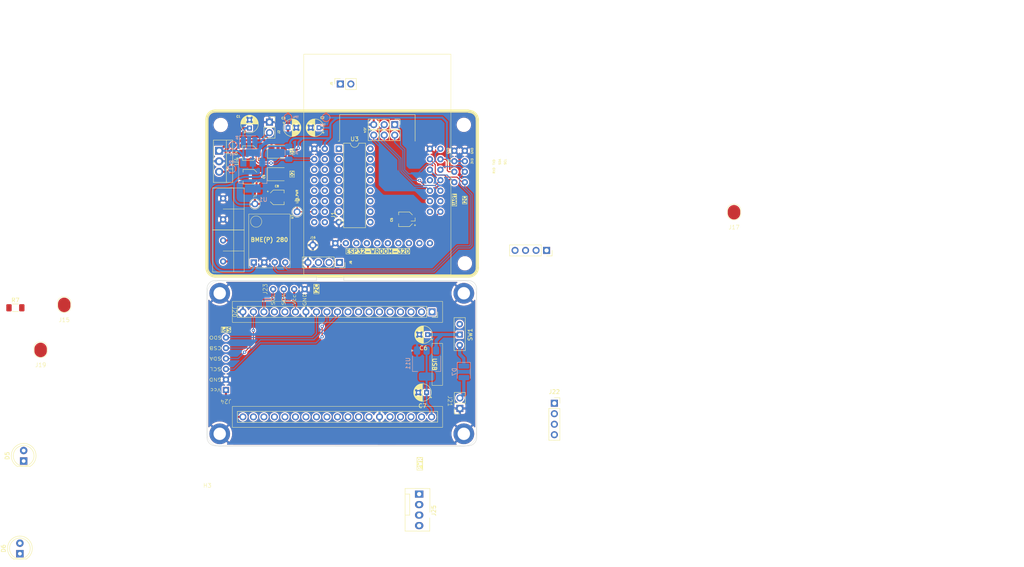
<source format=kicad_pcb>
(kicad_pcb (version 20240108) (generator "pcbnew") (generator_version "8.0")
  (layers (0 "F.Cu" signal) (31 "B.Cu" signal) (34 "B.Paste" user) (35 "F.Paste" user) (36 "B.SilkS" user "B.Silkscreen") (37 "F.SilkS" user "F.Silkscreen") (38 "B.Mask" user) (39 "F.Mask" user) (44 "Edge.Cuts" user))
  (net 0 "")
  (net 1 "GND")
  (net 2 "+3V3")
  (net 3 "+5V")
  (net 4 "/RXD")
  (net 5 "/TXD")
  (net 6 "/SDA")
  (net 7 "/GPIO_33")
  (net 8 "/SCL")
  (net 9 "/OUT3")
  (net 10 "/EN")
  (net 11 "/SOURCE2")
  (net 12 "/SOURCE1")
  (net 13 "/SOURCE3")
  (net 14 "/VDC")
  (net 15 "/DAC1")
  (net 16 "/DAC2")
  (net 17 "/GPIO39")
  (net 18 "/GPIO19")
  (net 19 "/GPIO17")
  (net 20 "/GPIO5")
  (net 21 "/GPIO18")
  (net 22 "/SD_DATA0")
  (net 23 "/ADC2_CH3")
  (net 24 "/SD_DATA3")
  (net 25 "/SD_CMD")
  (net 26 "/SD_CLK")
  (net 27 "/SD_DATA2")
  (net 28 "/SD_DATA1")
  (net 29 "/ADC2_CH0")
  (net 30 "/GPIO23")
  (net 31 "/GPIO36")
  (net 32 "/ADC2_CH2")
  (net 33 "/BOOT")
  (net 34 "/GPIO13")
  (net 35 "/SOURCE4")
  (net 36 "/SOURCE5")
  (net 37 "/SIPO_DATA")
  (net 38 "/SIPO_CLK")
  (net 39 "/SIPO_LATCH")
  (net 40 "/GPIO14")
  (net 41 "/OUT1")
  (net 42 "/VIN")
  (net 43 "Net-(D5-Pad1)")
  (net 44 "Net-(J15-Pin_1)")
  (net 45 "Net-(J19-Pin_1)")
  (net 46 "/OUT2")
  (net 58 "/ESP32-WROOM-32U Node/VIN")
  (net 63 "/ESP32-WROOM-32U Node/VDC")
  (net 74 "/ESP32-WROOM-32U Node/SPI-SDO")
  (net 75 "/ESP32-WROOM-32U Node/TX")
  (net 76 "Net-(D7-A)")
  (net 77 "/ESP32-WROOM-32U Node/SDA-2")
  (net 78 "/ESP32-WROOM-32U Node/SPI-CSB")
  (net 79 "/ESP32-WROOM-32U Node/SPI-SCL")
  (net 80 "/ESP32-WROOM-32U Node/SCL-2")
  (net 81 "/ESP32-WROOM-32U Node/RX")
  (net 82 "/I5")
  (net 83 "/ESP32-WROOM-32U Node/SPI-SDA")
  (net 85 "/ESP32-WROOM-32U Node/12V")
  (net 89 "/I3")
  (net 90 "/I6")
  (net 91 "/I7")
  (net 92 "/I1")
  (footprint "Capacitor_THT:CP_Radial_D4.0mm_P2.00mm" (layer "F.Cu") (at 107 44.2 180)
    (property "Reference" "C2")
    (property "Value" "1uF")
  )
  (footprint "LED_SMD:LED_1210_3225Metric_Pad1.42x2.65mm_HandSolder" (layer "F.Cu") (at 97 55.45)
    (property "Reference" "D2")
    (property "Value" "STATUS")
  )
  (footprint "Alexander Footprint Library:Board_65-40" (layer "F.Cu") (at 80 131.25)
    (property "Reference" "H3")
    (property "Value" "Project_Box_Board_65x40")
    (fp_line (start 0 -13) (end 0 -47) (stroke (width 0.05)) (layer "Edge.Cuts"))
    (fp_line (start 3 -50) (end 62 -50) (stroke (width 0.05)) (layer "Edge.Cuts"))
    (fp_line (start 62 -10) (end 3 -10) (stroke (width 0.05)) (layer "Edge.Cuts"))
    (fp_line (start 65 -47) (end 65 -13) (stroke (width 0.05)) (layer "Edge.Cuts"))
    (fp_arc (start 0 -47) (mid 0.87868 -49.12132) (end 3 -50) (stroke (width 0.05)) (layer "Edge.Cuts"))
    (fp_arc (start 3 -10) (mid 0.87868 -10.87868) (end 0 -13) (stroke (width 0.05)) (layer "Edge.Cuts"))
    (fp_arc (start 62 -50) (mid 64.12132 -49.12132) (end 65 -47) (stroke (width 0.05)) (layer "Edge.Cuts"))
    (fp_arc (start 65 -13) (mid 64.12132 -10.87868) (end 62 -10) (stroke (width 0.05)) (layer "Edge.Cuts"))
  )
  (footprint "Capacitor_SMD:CP_Elec_3x5.3" (layer "F.Cu") (at 90.3 50.35 180)
    (property "Reference" "C4")
    (property "Value" "0.1uF")
  )
  (footprint "Resistor_SMD:R_1206_3216Metric_Pad1.30x1.75mm_HandSolder" (layer "F.Cu") (at 33.612 87.7585)
    (property "Reference" "R7")
    (property "Value" "4K7")
  )
  (footprint "LED_THT:LED_D5.0mm" (layer "F.Cu") (at 34.7 147.25 90)
    (property "Reference" "D6")
    (property "Value" "LED_STATUS")
  )
  (footprint "Connector_PinSocket_2.54mm:PinSocket_1x04_P2.54mm_Vertical" (layer "F.Cu") (at 163.88 110.85)
    (property "Reference" "J22")
    (property "Value" "PWR_SATA_Conn_01x04")
  )
  (footprint "Alexander Footprint Library:Pad_1x01_P2.54_SMD" (layer "F.Cu") (at 39.712 102.098)
    (property "Reference" "J19")
    (property "Value" "LED_PWR")
  )
  (footprint "Alexanddr Footprints Library:ESP32-WROOM-Adapter-Socket-2" (layer "F.Cu") (at 121.1 56.9025)
    (property "Reference" "J1")
    (property "Value" "~")
  )
  (footprint "Alexander Footprint Library:Pad_1x01_P2.54_SMD" (layer "F.Cu") (at 45.412 91.198)
    (property "Reference" "J15")
    (property "Value" "LED_PWR")
  )
  (footprint "MountingHole:MountingHole_3mm" (layer "F.Cu") (at 142 43.5)
    (property "Reference" "H1" (hide yes))
    (property "Value" "MountingHole_Pad")
  )
  (footprint "MountingHole:MountingHole_3mm" (layer "F.Cu") (at 83.25 43.53)
    (property "Reference" "H2" (hide yes))
    (property "Value" "MountingHole_Pad")
  )
  (footprint "Alexander Footprints Library:Conn_Terminal_5mm" (layer "F.Cu") (at 83.82 53.69)
    (property "Reference" "J9" (hide yes))
    (property "Value" "Conn_01x02_Socket")
  )
  (footprint "Alexander Footprint Library:Pad_1x01_P2.54_SMD" (layer "F.Cu") (at 207.3 68.7895)
    (property "Reference" "J17")
    (property "Value" "GND")
  )
  (footprint "Connector:FanPinHeader_1x04_P2.54mm_Vertical" (layer "F.Cu") (at 131.2 132.83 -90)
    (property "Reference" "J25")
    (property "Value" "Conn_01x04_Pin")
  )
  (footprint "Capacitor_SMD:CP_Elec_3x5.3" (layer "F.Cu") (at 90.4 56.05 180)
    (property "Reference" "C9")
    (property "Value" "0.1uF")
  )
  (footprint "Capacitor_THT:CP_Radial_D4.0mm_P2.00mm" (layer "F.Cu") (at 133.25 94.25 180)
    (property "Reference" "C6")
    (property "Value" "1uF")
  )
  (footprint "Alexander Footprint Library:PinSocket_1x01_P2.54" (layer "F.Cu") (at 91.5 65.19)
    (property "Reference" "J7")
    (property "Value" "LED_PWR")
  )
  (footprint "Alexander Footprint Library:Conn_SPI" (layer "F.Cu") (at 84.5 112.74 180)
    (property "Reference" "J24")
    (property "Value" "~")
  )
  (footprint "Connector_PinSocket_2.54mm:PinSocket_1x02_P2.54mm_Vertical" (layer "F.Cu") (at 95.025 42.85)
    (property "Reference" "J2")
    (property "Value" "PWR")
  )
  (footprint "Connector_PinSocket_2.54mm:PinSocket_1x04_P2.54mm_Vertical" (layer "F.Cu") (at 111.94 76.8 -90)
    (property "Reference" "J6")
    (property "Value" "SOURCE")
  )
  (footprint "Package_DIP:DIP-16_W7.62mm" (layer "F.Cu") (at 111.78 49.27)
    (property "Reference" "U3")
    (property "Value" "ULN2003")
  )
  (footprint "Connector_PinSocket_2.54mm:PinSocket_1x04_P2.54mm_Vertical" (layer "F.Cu") (at 162 73.875 -90)
    (property "Reference" "J10" (hide yes))
    (property "Value" "ADC")
  )
  (footprint "Capacitor_SMD:CP_Elec_3x5.3" (layer "F.Cu") (at 128 66.35 180)
    (property "Reference" "C5")
    (property "Value" "0.1uF")
  )
  (footprint "Alexander Footprint Library:PinSocket_1x02_P2.54" (layer "F.Cu") (at 142.25 107 180)
    (property "Reference" "J21")
    (property "Value" "PWR")
  )
  (footprint "Capacitor_THT:CP_Radial_D4.0mm_P2.00mm" (layer "F.Cu") (at 99.5 44.2)
    (property "Reference" "C3")
    (property "Value" "1uF")
  )
  (footprint "Alexander Footprint Library:Conn_ESP32_WROOM-DevKit-38pins" (layer "F.Cu") (at 86.06 88.75 -90)
    (property "Reference" "J20")
    (property "Value" "~")
  )
  (footprint "Capacitor_SMD:CP_Elec_3x5.3" (layer "F.Cu") (at 96.8 61.05)
    (property "Reference" "C8")
    (property "Value" "10uF")
  )
  (footprint "Alexander Footprint Library:PinSocket_1x01_P2.54" (layer "F.Cu") (at 101.7 67.12)
    (property "Reference" "J18")
    (property "Value" "LED_PWR")
  )
  (footprint "Alexander Footprint Library:Conn_I2C" (layer "F.Cu") (at 111.16 83.25 -90)
    (property "Reference" "J23")
    (property "Value" "I2C")
  )
  (footprint "Connector_PinSocket_2.54mm:PinSocket_1x02_P2.54mm_Vertical" (layer "F.Cu") (at 112.15 33.625 90)
    (property "Reference" "J5")
    (property "Value" "DAC")
  )
  (footprint "Alexander Footprint Library:CONN_2x3" (layer "F.Cu") (at 130.38 43.45 -90)
    (property "Reference" "J14")
    (property "Value" "GPIO")
  )
  (footprint "Alexander Footprints Library:Conn_UART" (layer "F.Cu") (at 139.7 42.15)
    (property "Reference" "J3" (hide yes))
    (property "Value" "UART")
  )
  (footprint "Alexander Footprint Library:SW_Slide-03_7.3x2.5x2.5_P2.54mm" (layer "F.Cu") (at 141 94.25 -90)
    (property "Reference" "SW1")
    (property "Value" "SW_SPDT")
  )
  (footprint "Alexander Footprint Library:PinSocket_1x01_P2.54" (layer "F.Cu") (at 105.5 75.19)
    (property "Reference" "J16")
    (property "Value" "GND")
  )
  (footprint "Capacitor_THT:CP_Radial_D4.0mm_P2.00mm" (layer "F.Cu") (at 90.2 44.3 90)
    (property "Reference" "C1")
    (property "Value" "1uF")
  )
  (footprint "Alexander Footprint Library:BME280_BMP280_I2C" (layer "F.Cu") (at 90 78.1 90)
    (property "Reference" "U7")
    (property "Value" "BME(P)280")
  )
  (footprint "Capacitor_THT:CP_Radial_D4.0mm_P2.00mm" (layer "F.Cu") (at 133 108.25 180)
    (property "Reference" "C7")
    (property "Value" "1uF")
  )
  (footprint "Alexander Footprint Library:LD1117" (layer "F.Cu") (at 82.855 49.77 -90)
    (property "Reference" "U4")
    (property "Value" "L7805")
  )
  (footprint "Alexander Footprints Library:Conn_I2C" (layer "F.Cu") (at 142.24 42.15)
    (property "Reference" "J4" (hide yes))
    (property "Value" "I2C")
  )
  (footprint "LED_THT:LED_D5.0mm" (layer "F.Cu") (at 35.612 124.8335 90)
    (property "Reference" "D5")
    (property "Value" "LED_PWR")
  )
  (footprint "LED_SMD:LED_1210_3225Metric_Pad1.42x2.65mm_HandSolder" (layer "F.Cu") (at 97 50)
    (property "Reference" "D1")
    (property "Value" "PWR")
  )
  (footprint "MountingHole:MountingHole_3mm" (layer "F.Cu") (at 142.25 77)
    (property "Reference" "H4" (hide yes))
    (property "Value" "MountingHole_Pad")
  )
  (footprint "Alexander Footprints Library:Conn_Terminal_5mm" (layer "F.Cu") (at 83.82 63.85)
    (property "Reference" "J8" (hide yes))
    (property "Value" "Conn_01x02_Socket")
  )
  (footprint "TestPoint:TestPoint_Pad_D1.5mm" (layer "B.Cu") (at 99.5 41.75 180)
    (property "Reference" "TP4")
    (property "Value" "5V")
  )
  (footprint "TestPoint:TestPoint_Pad_D1.5mm" (layer "B.Cu") (at 108.7 41.75 180)
    (property "Reference" "TP3")
    (property "Value" "3V3")
  )
  (footprint "Diode_SMD:D_1210_3225Metric" (layer "B.Cu") (at 142 103.25 -90)
    (property "Reference" "D7")
    (property "Value" "D")
  )
  (footprint "Resistor_SMD:R_1206_3216Metric_Pad1.30x1.75mm_HandSolder" (layer "B.Cu") (at 99.7 50.25 -90)
    (property "Reference" "R1")
    (property "Value" "10K")
  )
  (footprint "Diode_SMD:D_1210_3225Metric" (layer "B.Cu") (at 90.1 47.75)
    (property "Reference" "D4")
    (property "Value" "D")
  )
  (footprint "TestPoint:TestPoint_Pad_D1.5mm" (layer "B.Cu") (at 86.2 48.45 180)
    (property "Reference" "TP1")
    (property "Value" "VIN")
  )
  (footprint "TestPoint:TestPoint_Pad_D1.5mm" (layer "B.Cu") (at 85.9 54.15 180)
    (property "Reference" "TP2")
    (property "Value" "GND")
  )
  (footprint "Package_TO_SOT_SMD:SOT-223-3_TabPin2" (layer "B.Cu") (at 91 55.75 -90)
    (property "Reference" "U1")
    (property "Value" "AMS1117-3V3")
  )
  (footprint "Package_TO_SOT_SMD:SOT-223-3_TabPin2" (layer "B.Cu") (at 133 101.25 -90)
    (property "Reference" "U11")
    (property "Value" "AMS1117-5.0")
  )
  (gr_line (start 145.25 42.11421) (end 145.25 78.085782) (stroke (width 0.75)) (layer "F.SilkS"))
  (gr_line (start 81.914218 40.164218) (end 143.08579 40.164218) (stroke (width 0.75)) (layer "F.SilkS"))
  (gr_arc (start 145.25 78.085782) (mid 144.66422 79.500007) (end 143.25 80.085782) (stroke (width 0.75)) (layer "F.SilkS"))
  (gr_line (start 79.914218 42.11421) (end 79.914218 78.085782) (stroke (width 0.75)) (layer "F.SilkS"))
  (gr_arc (start 81.914218 80.085782) (mid 80.499999 79.500001) (end 79.914218 78.085782) (stroke (width 0.75)) (layer "F.SilkS"))
  (gr_arc (start 143.25 40.25) (mid 144.664214 40.835786) (end 145.25 42.25) (stroke (width 0.75)) (layer "F.SilkS"))
  (gr_arc (start 79.914218 42.164218) (mid 80.499999 40.749999) (end 81.914218 40.164218) (stroke (width 0.75)) (layer "F.SilkS"))
  (gr_line (start 81.914214 80.085782) (end 143.085786 80.085782) (stroke (width 0.75)) (layer "F.SilkS"))
  (gr_line (start 82.014214 80.235786) (end 106.4 80.25) (stroke (width 0.1)) (layer "Edge.Cuts"))
  (gr_line (start 80 42.25) (end 80.014214 78.235786) (stroke (width 0.1)) (layer "Edge.Cuts"))
  (gr_arc (start 79.921321 83.157107) (mid 80.507106 81.742896) (end 81.921321 81.157107) (stroke (width 0.1)) (layer "Edge.Cuts"))
  (gr_line (start 81.921321 121.128679) (end 143.107107 121.142893) (stroke (width 0.1)) (layer "Edge.Cuts"))
  (gr_arc (start 81.921321 121.128679) (mid 80.507101 120.542899) (end 79.921321 119.128679) (stroke (width 0.1)) (layer "Edge.Cuts"))
  (gr_line (start 143.092893 81.157107) (end 113 81.15) (stroke (width 0.1)) (layer "Edge.Cuts"))
  (gr_arc (start 145.107107 119.142893) (mid 144.521321 120.557107) (end 143.107107 121.142893) (stroke (width 0.1)) (layer "Edge.Cuts"))
  (gr_line (start 106.4 81.15) (end 81.921321 81.157107) (stroke (width 0.1)) (layer "Edge.Cuts"))
  (gr_arc (start 143.185786 40.264214) (mid 144.600004 40.849996) (end 145.185786 42.264214) (stroke (width 0.1)) (layer "Edge.Cuts"))
  (gr_line (start 113 80.25) (end 143.185786 80.235786) (stroke (width 0.1)) (layer "Edge.Cuts"))
  (gr_arc (start 82.014214 80.235786) (mid 80.599996 79.650004) (end 80.014214 78.235786) (stroke (width 0.1)) (layer "Edge.Cuts"))
  (gr_line (start 145.185786 42.264214) (end 145.185786 78.235786) (stroke (width 0.1)) (layer "Edge.Cuts"))
  (gr_arc (start 80 42.25) (mid 80.585786 40.835786) (end 82 40.25) (stroke (width 0.1)) (layer "Edge.Cuts"))
  (gr_line (start 145.107107 119.142893) (end 145.092893 83.157107) (stroke (width 0.1)) (layer "Edge.Cuts"))
  (gr_line (start 79.921321 119.128679) (end 79.921321 83.157107) (stroke (width 0.1)) (layer "Edge.Cuts"))
  (gr_line (start 106.4 81.15) (end 106.4 80.25) (stroke (width 0.1)) (layer "Edge.Cuts"))
  (gr_arc (start 145.185786 78.235786) (mid 144.600004 79.650004) (end 143.185786 80.235786) (stroke (width 0.1)) (layer "Edge.Cuts"))
  (gr_arc (start 143.092893 81.157107) (mid 144.507112 81.742888) (end 145.092893 83.157107) (stroke (width 0.1)) (layer "Edge.Cuts"))
  (gr_line (start 113 81.15) (end 113 80.25) (stroke (width 0.1)) (layer "Edge.Cuts"))
  (gr_line (start 143.185786 40.264214) (end 82 40.25) (stroke (width 0.1)) (layer "Edge.Cuts"))
  (gr_text "PWR" (at 132 127.25 90) (layer "F.SilkS" knockout) (effects (font (size 1 1) (thickness 0.25) (bold yes)) (justify left bottom)))
  (segment (start 84.21 66) (end 83.82 66.39) (width 0.5) (layer "F.Cu") (net 1))
  (segment (start 95.5 54.8625) (end 95.5125 54.85) (width 0.25) (layer "F.Cu") (net 1))
  (segment (start 95.5 55.4625) (end 95.5125 55.45) (width 0.25) (layer "F.Cu") (net 1))
  (segment (start 91.5 59.65) (end 91.9 59.25) (width 0.5) (layer "F.Cu") (net 2))
  (segment (start 101.15 50) (end 102 49.15) (width 0.5) (layer "F.Cu") (net 2))
  (segment (start 84.5 107.66) (end 84.5 112.25) (width 0.5) (layer "F.Cu") (net 2))
  (segment (start 87.75 85.75) (end 100 85.75) (width 0.5) (layer "F.Cu") (net 2))
  (segment (start 94.63 62.62) (end 91.5 62.62) (width 0.5) (layer "F.Cu") (net 2))
  (segment (start 101 84.75) (end 101 83.25) (width 0.5) (layer "F.Cu") (net 2))
  (segment (start 88.6 114.15) (end 86.4 114.15) (width 0.5) (layer "F.Cu") (net 2))
  (segment (start 84.5 112.25) (end 85.25 113) (width 0.5) (layer "F.Cu") (net 2))
  (segment (start 91.9 59.25) (end 91.9 56.05) (width 0.5) (layer "F.Cu") (net 2))
  (segment (start 98.4875 50) (end 101.15 50) (width 0.5) (layer "F.Cu") (net 2))
  (segment (start 95.3 61.05) (end 95.3 61.95) (width 0.5) (layer "F.Cu") (net 2))
  (segment (start 95.3 61.95) (end 94.63 62.62) (width 0.5) (layer "F.Cu") (net 2))
  (segment (start 82.25 110) (end 82.25 91.25) (width 0.5) (layer "F.Cu") (net 2))
  (segment (start 91.5 62.62) (end 91.5 59.65) (width 0.5) (layer "F.Cu") (net 2))
  (segment (start 82.25 91.25) (end 87.75 85.75) (width 0.5) (layer "F.Cu") (net 2))
  (segment (start 86.4 114.15) (end 85.25 113) (width 0.5) (layer "F.Cu") (net 2))
  (segment (start 100 85.75) (end 101 84.75) (width 0.5) (layer "F.Cu") (net 2))
  (segment (start 85.25 113) (end 82.25 110) (width 0.5) (layer "F.Cu") (net 2))
  (via (at 102 49.15) (size 0.8) (drill 0.4) (layers "F.Cu" "B.Cu") (net 2))
  (segment (start 96.075 48.7) (end 97.525 48.7) (width 0.5) (layer "B.Cu") (net 2))
  (segment (start 108.4 49.2825) (end 108.4 47.85) (width 0.5) (layer "B.Cu") (net 2))
  (segment (start 109.408578 44.2) (end 107 44.2) (width 0.5) (layer "B.Cu") (net 2))
  (segment (start 109.5 46.75) (end 109.75 46.5) (width 0.5) (layer "B.Cu") (net 2))
  (segment (start 81.3 75.997918) (end 81.3 59.75104) (width 0.5) (layer "B.Cu") (net 2))
  (segment (start 93.3 54.905025) (end 93.3 52.6) (width 0.5) (layer "B.Cu") (net 2))
  (segment (start 100 48.7) (end 100 48.03033) (width 0.5) (layer "B.Cu") (net 2))
  (segment (start 137.9 51.55) (end 138.66 52.31) (width 0.5) (layer "B.Cu") (net 2))
  (segment (start 84.202081 78.9) (end 89.990883 78.9) (width 0.5) (layer "B.Cu") (net 2))
  (segment (start 109.75 45) (end 109.75 44.141421) (width 0.5) (layer "B.Cu") (net 2))
  (segment (start 103 46.75) (end 101.28033 46.75) (width 0.5) (layer "B.Cu") (net 2))
  (segment (start 109.75 43.858578) (end 109.75 44.141421) (width 0.5) (layer "B.Cu") (net 2))
  (segment (start 138.66 52.31) (end 139.7 52.31) (width 0.5) (layer "B.Cu") (net 2))
  (segment (start 139.7 52.31) (end 142.24 52.31) (width 0.5) (layer "B.Cu") (net 2))
  (segment (start 129.1 41.75) (end 136.8 41.75) (width 0.5) (layer "B.Cu") (net 2))
  (segment (start 112.31066 41.75) (end 129.1 41.75) (width 0.5) (layer "B.Cu") (net 2))
  (segment (start 88.207106 62.75) (end 91.5 62.75) (width 0.5) (layer "B.Cu") (net 2))
  (segment (start 86.5 61.042893) (end 86.5 57.5) (width 0.5) (layer "B.Cu") (net 2))
  (segment (start 103 46.75) (end 109.5 46.75) (width 0.5) (layer "B.Cu") (net 2))
  (segment (start 137.9 42.85) (end 137.9 51.55) (width 0.5) (layer "B.Cu") (net 2))
  (segment (start 91.22 77.670883) (end 91.22 76.8) (width 0.5) (layer "B.Cu") (net 2))
  (segment (start 89.455634 56.1) (end 92.105025 56.1) (width 0.5) (layer "B.Cu") (net 2))
  (segment (start 96.075 48.7) (end 95.177817 48.7) (width 0.5) (layer "B.Cu") (net 2))
  (segment (start 136.8 41.75) (end 137.9 42.85) (width 0.5) (layer "B.Cu") (net 2))
  (segment (start 108.4 47.85) (end 109.75 46.5) (width 0.5) (layer "B.Cu") (net 2))
  (segment (start 109.75 46.5) (end 109.75 45) (width 0.5) (layer "B.Cu") (net 2))
  (segment (start 110.015165 42.984834) (end 110.5 42.5) (width 0.5) (layer "B.Cu") (net 2))
  (segment (start 102 47.75) (end 103 46.75) (width 0.5) (layer "B.Cu") (net 2))
  (segment (start 109.75 43.858578) (end 109.75 43.625) (width 0.5) (layer "B.Cu") (net 2))
  (segment (start 93.3 52.6) (end 93.3 50.577817) (width 0.5) (layer "B.Cu") (net 2))
  (segment (start 82.75104 58.3) (end 84.144365 58.3) (width 0.5) (layer "B.Cu") (net 2))
  (segment (start 102 49.15) (end 102 47.75) (width 0.5) (layer "B.Cu") (net 2))
  (segment (start 129.3 41.75) (end 129.1 41.75) (width 0.5) (layer "B.Cu") (net 2))
  (segment (start 108.7 41.75) (end 112.31066 41.75) (width 0.5) (layer "B.Cu") (net 2))
  (segment (start 100 48.7) (end 97.525 48.7) (width 0.5) (layer "B.Cu") (net 2))
  (arc (start 93.3 54.905025) (mid 93.209037 55.362322) (end 92.95 55.75) (width 0.5) (layer "B.Cu") (net 2))
  (arc (start 86.8 57.2) (mid 85.581584 58.014119) (end 84.144365 58.3) (width 0.5) (layer "B.Cu") (net 2))
  (arc (start 89.455634 56.1) (mid 88.018415 56.38588) (end 86.8 57.2) (width 0.5) (layer "B.Cu") (net 2))
  (arc (start 86.5 61.042893) (mid 86.629945 61.696174) (end 87 62.25) (width 0.5) (layer "B.Cu") (net 2))
  (arc (start 82.75104 58.3) (mid 82.195751 58.410453) (end 81.725 58.725) (width 0.5) (layer "B.Cu") (net 2))
  (arc (start 92.95 55.75) (mid 92.562322 56.009037) (end 92.105025 56.1) (width 0.5) (layer "B.Cu") (net 2))
  (arc (start 109.75 43.625) (mid 109.818914 43.278544) (end 110.015165 42.984834) (width 0.5) (layer "B.Cu") (net 2))
  (arc (start 95.177817 48.7) (mid 94.459207 48.84294) (end 93.85 49.25) (width 0.5) (layer "B.Cu") (net 2))
  (arc (start 82.15 78.05) (mid 83.091502 78.679092) (end 84.202081 78.9) (width 0.5) (layer "B.Cu") (net 2))
  (arc (start 109.75 44.141421) (mid 109.713838 44.087301) (end 109.65 44.1) (width 0.5) (layer "B.Cu") (net 2))
  (arc (start 93.85 49.25) (mid 93.44294 49.859207) (end 93.3 50.577817) (width 0.5) (layer "B.Cu") (net 2))
  (arc (start 90.86 78.54) (mid 90.461245 78.806439) (end 89.990883 78.9) (width 0.5) (layer "B.Cu") (net 2))
  (arc (start 109.65 44.1) (mid 109.539234 44.17401) (end 109.408578 44.2) (width 0.5) (layer "B.Cu") (net 2))
  (arc (start 87 62.25) (mid 87.553825 62.620054) (end 88.207106 62.75) (width 0.5) (layer "B.Cu") (net 2))
  (arc (start 81.725 58.725) (mid 81.410453 59.195751) (end 81.3 59.75104) (width 0.5) (layer "B.Cu") (net 2))
  (arc (start 101.28033 46.75) (mid 100.790368 46.847459) (end 100.375 47.125) (width 0.5) (layer "B.Cu") (net 2))
  (arc (start 91.22 77.670883) (mid 91.126439 78.141245) (end 90.86 78.54) (width 0.5) (layer "B.Cu") (net 2))
  (arc (start 110.5 42.5) (mid 111.330737 41.944918) (end 112.31066 41.75) (width 0.5) (layer "B.Cu") (net 2))
  (arc (start 109.65 44.1) (mid 109.72401 43.989234) (end 109.75 43.858578) (width 0.5) (layer "B.Cu") (net 2))
  (arc (start 100.375 47.125) (mid 100.097459 47.540368) (end 100 48.03033) (width 0.5) (layer "B.Cu") (net 2))
  (arc (start 81.3 75.997918) (mid 81.520907 77.108496) (end 82.15 78.05) (width 0.5) (layer "B.Cu") (net 2))
  (segment (start 99.5 45.693413) (end 99.5 44.2) (width 0.5) (layer "F.Cu") (net 3))
  (segment (start 98.6375 46.9625) (end 99.2125 46.3875) (width 0.5) (layer "F.Cu") (net 3))
  (segment (start 88.1 47.25) (end 97.943413 47.25) (width 0.5) (layer "F.Cu") (net 3))
  (segment (start 84.9 54.85) (end 85.4 54.35) (width 0.5) (layer "F.Cu") (net 3))
  (segment (start 85.4 54.35) (end 85.4 49.95) (width 0.5) (layer "F.Cu") (net 3))
  (segment (start 82.855 54.85) (end 84.9 54.85) (width 0.5) (layer "F.Cu") (net 3))
  (segment (start 85.4 49.95) (end 88.1 47.25) (width 0.5) (layer "F.Cu") (net 3))
  (arc (start 97.943413 47.25) (mid 98.31905 47.175281) (end 98.6375 46.9625) (width 0.5) (layer "F.Cu") (net 3))
  (arc (start 99.5 45.693413) (mid 99.425281 46.06905) (end 99.2125 46.3875) (width 0.5) (layer "F.Cu") (net 3))
  (segment (start 133 98.1) (end 133 104.4) (width 0.5) (layer "B.Cu") (net 3))
  (segment (start 133 108.25) (end 133 104.4) (width 0.5) (layer "B.Cu") (net 3))
  (segment (start 133 111) (end 133 108.25) (width 0.5) (layer "B.Cu") (net 3))
  (segment (start 134.21 114.15) (end 134.21 112.21) (width 0.5) (layer "B.Cu") (net 3))
  (segment (start 134.21 112.21) (end 133 111) (width 0.5) (layer "B.Cu") (net 3))
  (segment (start 99.5 42.25) (end 99.5 44.2) (width 0.25) (layer "B.Cu") (net 3))
  (segment (start 139.7 57.35) (end 139.7 57.39) (width 0.25) (layer "F.Cu") (net 4))
  (segment (start 140.3 57.45) (end 139.3 57.45) (width 0.25) (layer "F.Cu") (net 4))
  (segment (start 139.04 57.39) (end 139.7 57.39) (width 0.25) (layer "F.Cu") (net 4))
  (segment (start 137.96 55.65) (end 139.7 57.39) (width 0.25) (layer "B.Cu") (net 4))
  (segment (start 133.8 54.3625) (end 135.0875 55.65) (width 0.25) (layer "B.Cu") (net 4))
  (segment (start 135.0875 55.65) (end 137.96 55.65) (width 0.25) (layer "B.Cu") (net 4))
  (segment (start 138 52.25) (end 137.5725 51.8225) (width 0.25) (layer "F.Cu") (net 5))
  (segment (start 139.7 54.85) (end 138.3 54.85) (width 0.25) (layer "F.Cu") (net 5))
  (segment (start 137.5725 51.8225) (end 136.34 51.8225) (width 0.25) (layer "F.Cu") (net 5))
  (segment (start 138 54.55) (end 138 52.25) (width 0.25) (layer "F.Cu") (net 5))
  (segment (start 138.3 54.85) (end 138 54.55) (width 0.25) (layer "F.Cu") (net 5))
  (segment (start 139.7 54.85) (end 139.5 54.85) (width 0.25) (layer "F.Cu") (net 5))
  (segment (start 142.24 54.85) (end 142.24 55.51) (width 0.25) (layer "F.Cu") (net 6))
  (segment (start 98.84 76.8) (end 98.84 78.09) (width 0.25) (layer "B.Cu") (net 6))
  (segment (start 141 57.95) (end 141 56.09) (width 0.25) (layer "B.Cu") (net 6))
  (segment (start 140.990501 53.600501) (end 142.24 54.85) (width 0.25) (layer "B.Cu") (net 6))
  (segment (start 136.34 54.3625) (end 137.101999 53.600501) (width 0.25) (layer "B.Cu") (net 6))
  (segment (start 143.281802 72.781802) (end 143.55 72.513604) (width 0.25) (layer "B.Cu") (net 6))
  (segment (start 99.4 78.65) (end 130.7 78.65) (width 0.25) (layer "B.Cu") (net 6))
  (segment (start 130.7 78.65) (end 134.55 78.65) (width 0.25) (layer "B.Cu") (net 6))
  (segment (start 143.55 72.513604) (end 143.55 60.5) (width 0.25) (layer "B.Cu") (net 6))
  (segment (start 143.55 60.5) (end 141 57.95) (width 0.25) (layer "B.Cu") (net 6))
  (segment (start 140.418198 72.781802) (end 143.281802 72.781802) (width 0.25) (layer "B.Cu") (net 6))
  (segment (start 98.84 78.09) (end 99.4 78.65) (width 0.25) (layer "B.Cu") (net 6))
  (segment (start 141 56.09) (end 142.24 54.85) (width 0.25) (layer "B.Cu") (net 6))
  (segment (start 137.101999 53.600501) (end 140.990501 53.600501) (width 0.25) (layer "B.Cu") (net 6))
  (segment (start 134.55 78.65) (end 140.418198 72.781802) (width 0.25) (layer "B.Cu") (net 6))
  (segment (start 135.1 55.15) (end 135.6 55.65) (width 0.25) (layer "F.Cu") (net 8))
  (segment (start 133.8 51.8225) (end 135.1 53.1225) (width 0.25) (layer "F.Cu") (net 8))
  (segment (start 141.603604 57.39) (end 142.24 57.39) (width 0.25) (layer "F.Cu") (net 8))
  (segment (start 137.3 55.65) (end 137.8 56.15) (width 0.25) (layer "F.Cu") (net 8))
  (segment (start 135.1 53.1225) (end 135.1 55.15) (width 0.25) (layer "F.Cu") (net 8))
  (segment (start 135.6 55.65) (end 137.3 55.65) (width 0.25) (layer "F.Cu") (net 8))
  (segment (start 140.363604 56.15) (end 141.603604 57.39) (width 0.25) (layer "F.Cu") (net 8))
  (segment (start 137.8 56.15) (end 140.363604 56.15) (width 0.25) (layer "F.Cu") (net 8))
  (segment (start 142.24 58.553604) (end 142.24 57.39) (width 0.25) (layer "B.Cu") (net 8))
  (segment (start 144 72.7) (end 144 60.313604) (width 0.25) (layer "B.Cu") (net 8))
  (segment (start 134.8 79.1) (end 140.6 73.3) (width 0.25) (layer "B.Cu") (net 8))
  (segment (start 140.6 73.3) (end 143.4 73.3) (width 0.25) (layer "B.Cu") (net 8))
  (segment (start 96.3 76.8) (end 96.3 78.45) (width 0.25) (layer "B.Cu") (net 8))
  (segment (start 143.4 73.3) (end 144 72.7) (width 0.25) (layer "B.Cu") (net 8))
  (segment (start 96.3 78.45) (end 96.95 79.1) (width 0.25) (layer "B.Cu") (net 8))
  (segment (start 144 60.313604) (end 142.24 58.553604) (width 0.25) (layer "B.Cu") (net 8))
  (segment (start 96.95 79.1) (end 134.8 79.1) (width 0.25) (layer "B.Cu") (net 8))
  (segment (start 92.3 52.75) (end 91.8 52.25) (width 0.25) (layer "F.Cu") (net 10))
  (segment (start 91.8 52.25) (end 91.8 50.35) (width 0.25) (layer "F.Cu") (net 10))
  (segment (start 95.4 52.75) (end 92.3 52.75) (width 0.25) (layer "F.Cu") (net 10))
  (via (at 95.4 52.75) (size 0.8) (drill 0.4) (layers "F.Cu" "B.Cu") (net 10))
  (segment (start 95.4 52.75) (end 96.7 52.75) (width 0.25) (layer "B.Cu") (net 10))
  (segment (start 101.4 51.8) (end 101.45 51.8) (width 0.25) (layer "B.Cu") (net 10))
  (segment (start 105.86 51.8225) (end 101.4225 51.8225) (width 0.25) (layer "B.Cu") (net 10))
  (segment (start 99.7 51.8) (end 101.4 51.8) (width 0.25) (layer "B.Cu") (net 10))
  (segment (start 97.65 51.8) (end 99.7 51.8) (width 0.25) (layer "B.Cu") (net 10))
  (segment (start 101.4225 51.8225) (end 101.4 51.8) (width 0.25) (layer "B.Cu") (net 10))
  (segment (start 96.7 52.75) (end 97.65 51.8) (width 0.25) (layer "B.Cu") (net 10))
  (segment (start 86.37 71.47) (end 88 73.1) (width 0.5) (layer "F.Cu") (net 11))
  (segment (start 88 73.1) (end 99 73.1) (width 0.5) (layer "F.Cu") (net 11))
  (segment (start 83.82 71.47) (end 86.37 71.47) (width 0.5) (layer "F.Cu") (net 11))
  (segment (start 86.275 76.55) (end 88.075 74.75) (width 0.5) (layer "F.Cu") (net 12))
  (segment (start 83.82 76.55) (end 86.275 76.55) (width 0.5) (layer "F.Cu") (net 12))
  (segment (start 88.075 74.75) (end 99.75 74.75) (width 0.5) (layer "F.Cu") (net 12))
  (segment (start 95.025 45.425) (end 92.7 47.75) (width 0.5) (layer "B.Cu") (net 14))
  (segment (start 92.7 47.75) (end 91.5 47.75) (width 0.5) (layer "B.Cu") (net 14))
  (segment (start 95.025 45.39) (end 95.025 45.425) (width 0.5) (layer "B.Cu") (net 14))
  (segment (start 132.5 58.15) (end 135.0925 58.15) (width 0.25) (layer "F.Cu") (net 18))
  (segment (start 131.3 56.95) (end 132.5 58.15) (width 0.25) (layer "F.Cu") (net 18))
  (segment (start 135.0925 58.15) (end 136.34 56.9025) (width 0.25) (layer "F.Cu") (net 18))
  (via (at 131.3 56.95) (size 0.8) (drill 0.4) (layers "F.Cu" "B.Cu") (net 18))
  (segment (start 129.636396 56.95) (end 127.25 54.563604) (width 0.25) (layer "B.Cu") (net 18))
  (segment (start 127.25 49.7) (end 125.3 47.75) (width 0.25) (layer "B.Cu") (net 18))
  (segment (start 125.3 47.75) (end 125.3 45.99) (width 0.25) (layer "B.Cu") (net 18))
  (segment (start 127.25 54.563604) (end 127.25 49.7) (width 0.25) (layer "B.Cu") (net 18))
  (segment (start 131.3 56.95) (end 129.636396 56.95) (width 0.25) (layer "B.Cu") (net 18))
  (segment (start 129.7 59.05) (end 125.7 55.05) (width 0.25) (layer "B.Cu") (net 19))
  (segment (start 133.7325 61.9825) (end 130.8 59.05) (width 0.25) (layer "B.Cu") (net 19))
  (segment (start 125.7 55.05) (end 125.7 52.85) (width 0.25) (layer "B.Cu") (net 19))
  (segment (start 125.7 52.85) (end 120.22 47.37) (width 0.25) (layer "B.Cu") (net 19))
  (segment (start 133.8 61.9825) (end 133.7325 61.9825) (width 0.25) (layer "B.Cu") (net 19))
  (segment (start 120.22 47.37) (end 120.22 45.99) (width 0.25) (layer "B.Cu") (net 19))
  (segment (start 130.8 59.05) (end 129.7 59.05) (width 0.25) (layer "B.Cu") (net 19))
  (segment (start 130.2 58.15) (end 135.0475 58.15) (width 0.25) (layer "B.Cu") (net 20))
  (segment (start 122.76 45.99) (end 122.76 47.55) (width 0.25) (layer "B.Cu") (net 20))
  (segment (start 135.0475 58.15) (end 136.34 59.4425) (width 0.25) (layer "B.Cu") (net 20))
  (segment (start 126.8 54.75) (end 130.2 58.15) (width 0.25) (layer "B.Cu") (net 20))
  (segment (start 126.8 51.59) (end 126.8 54.75) (width 0.25) (layer "B.Cu") (net 20))
  (segment (start 122.76 47.55) (end 126.8 51.59) (width 0.25) (layer "B.Cu") (net 20))
  (segment (start 133.8 59.4425) (end 132.9575 58.6) (width 0.25) (layer "B.Cu") (net 21))
  (segment (start 121.585 44.625) (end 122.76 43.45) (width 0.25) (layer "B.Cu") (net 21))
  (segment (start 126.35 55.063604) (end 126.35 51.776396) (width 0.25) (layer "B.Cu") (net 21))
  (segment (start 126.35 51.776396) (end 121.585 47.011396) (width 0.25) (layer "B.Cu") (net 21))
  (segment (start 121.585 47.011396) (end 121.585 44.625) (width 0.25) (layer "B.Cu") (net 21))
  (segment (start 132.9575 58.6) (end 129.886396 58.6) (width 0.25) (layer "B.Cu") (net 21))
  (segment (start 129.886396 58.6) (end 126.35 55.063604) (width 0.25) (layer "B.Cu") (net 21))
  (segment (start 128.672792 55.35) (end 130.8 55.35) (width 0.25) (layer "B.Cu") (net 30))
  (segment (start 126.7 44.85) (end 126.7 48.45) (width 0.25) (layer "B.Cu") (net 30))
  (segment (start 126.7 48.45) (end 127.7 49.45) (width 0.25) (layer "B.Cu") (net 30))
  (segment (start 125.3 43.45) (end 126.7 44.85) (width 0.25) (layer "B.Cu") (net 30))
  (segment (start 135.1 50.5225) (end 136.34 49.2825) (width 0.25) (layer "B.Cu") (net 30))
  (segment (start 133 53.15) (end 134.1 53.15) (width 0.25) (layer "B.Cu") (net 30))
  (segment (start 127.7 49.45) (end 127.7 54.377208) (width 0.25) (layer "B.Cu") (net 30))
  (segment (start 130.8 55.35) (end 133 53.15) (width 0.25) (layer "B.Cu") (net 30))
  (segment (start 127.7 54.377208) (end 128.672792 55.35) (width 0.25) (layer "B.Cu") (net 30))
  (segment (start 135.1 52.15) (end 135.1 50.5225) (width 0.25) (layer "B.Cu") (net 30))
  (segment (start 134.1 53.15) (end 135.1 52.15) (width 0.25) (layer "B.Cu") (net 30))
  (segment (start 129.5 66.35) (end 134.5125 66.35) (width 0.25) (layer "F.Cu") (net 33))
  (segment (start 134.5125 66.35) (end 136.34 64.5225) (width 0.25) (layer "F.Cu") (net 33))
  (segment (start 101.7 56.05) (end 101.1 55.45) (width 0.25) (layer "F.Cu") (net 40))
  (segment (start 101.7 64.55) (end 105.8325 64.55) (width 0.25) (layer "F.Cu") (net 40))
  (segment (start 105.8325 64.55) (end 105.86 64.5225) (width 0.25) (layer "F.Cu") (net 40))
  (segment (start 101.1 55.45) (end 98.4875 55.45) (width 0.25) (layer "F.Cu") (net 40))
  (segment (start 101.7 64.55) (end 101.7 56.05) (width 0.25) (layer "F.Cu") (net 40))
  (segment (start 82.98 49.77) (end 82.855 49.77) (width 0.5) (layer "F.Cu") (net 42))
  (segment (start 90.2 44.3) (end 88.45 44.3) (width 0.5) (layer "F.Cu") (net 42))
  (segment (start 88.45 44.3) (end 82.98 49.77) (width 0.5) (layer "F.Cu") (net 42))
  (segment (start 88.7 50.546446) (end 88.7 51.253553) (width 0.5) (layer "B.Cu") (net 42))
  (segment (start 88.7 45.153553) (end 88.7 47.4) (width 0.5) (layer "B.Cu") (net 42))
  (segment (start 86.2 49.11) (end 86.2 48.45) (width 0.25) (layer "B.Cu") (net 42))
  (segment (start 88.45 50.65) (end 88.2 50.4) (width 0.5) (layer "B.Cu") (net 42))
  (segment (start 88.7 50.546446) (end 88.7 47.4) (width 0.5) (layer "B.Cu") (net 42))
  (segment (start 88.45 50.65) (end 88.054368 50.254368) (width 0.5) (layer "B.Cu") (net 42))
  (segment (start 89.553553 44.3) (end 90.2 44.3) (width 0.5) (layer "B.Cu") (net 42))
  (segment (start 88.7 51.253553) (end 88.7 52.6) (width 0.5) (layer "B.Cu") (net 42))
  (segment (start 86.86 49.77) (end 85.54 49.77) (width 0.5) (layer "B.Cu") (net 42))
  (segment (start 86.885 49.77) (end 86.86 49.77) (width 0.5) (layer "B.Cu") (net 42))
  (segment (start 85.54 49.77) (end 82.855 49.77) (width 0.5) (layer "B.Cu") (net 42))
  (arc (start 89.553553 44.3) (mid 89.226912 44.364972) (end 88.95 44.55) (width 0.5) (layer "B.Cu") (net 42))
  (arc (start 86.2 49.11) (mid 86.393309 49.57669) (end 86.86 49.77) (width 0.25) (layer "B.Cu") (net 42))
  (arc (start 88.7 51.253553) (mid 88.635027 50.926912) (end 88.45 50.65) (width 0.5) (layer "B.Cu") (net 42))
  (arc (start 88.45 50.65) (mid 88.45 50.65) (end 88.45 50.65) (width 0.5) (layer "B.Cu") (net 42))
  (arc (start 88.45 50.65) (mid 88.609596 50.681745) (end 88.7 50.546446) (width 0.5) (layer "B.Cu") (net 42))
  (arc (start 88.054368 50.254368) (mid 87.517857 49.895883) (end 86.885 49.77) (width 0.5) (layer "B.Cu") (net 42))
  (arc (start 88.95 44.55) (mid 88.764972 44.826912) (end 88.7 45.153553) (width 0.5) (layer "B.Cu") (net 42))
  (segment (start 141 94.25) (end 136.75 94.25) (width 0.8) (layer "B.Cu") (net 58))
  (segment (start 136.75 94.25) (end 133.25 94.25) (width 0.8) (layer "B.Cu") (net 58))
  (segment (start 135.3 98.1) (end 135.3 95.7) (width 0.8) (layer "B.Cu") (net 58))
  (segment (start 135.3 95.7) (end 136.75 94.25) (width 0.8) (layer "B.Cu") (net 58))
  (segment (start 141 99) (end 142 100) (width 0.8) (layer "B.Cu") (net 63))
  (segment (start 142 100) (end 142 101.85) (width 0.8) (layer "B.Cu") (net 63))
  (segment (start 141 96.79) (end 141 99) (width 0.8) (layer "B.Cu") (net 63))
  (segment (start 105.415 94.96) (end 106.38 93.995) (width 0.25) (layer "B.Cu") (net 74))
  (segment (start 106.38 93.995) (end 106.38 88.75) (width 0.25) (layer "B.Cu") (net 74))
  (segment (start 84.5 94.96) (end 105.415 94.96) (width 0.25) (layer "B.Cu") (net 74))
  (segment (start 141.04 109.57) (end 142 108.61) (width 0.8) (layer "B.Cu") (net 76))
  (segment (start 142 108.61) (end 142 104.65) (width 0.8) (layer "B.Cu") (net 76))
  (segment (start 101.3 86.8) (end 100.75 86.25) (width 0.25) (layer "B.Cu") (net 77))
  (segment (start 99 86.25) (end 98.46 85.71) (width 0.25) (layer "B.Cu") (net 77))
  (segment (start 98.46 85.71) (end 98.46 83.25) (width 0.25) (layer "B.Cu") (net 77))
  (segment (start 100.75 86.25) (end 99 86.25) (width 0.25) (layer "B.Cu") (net 77))
  (segment (start 101.3 88.75) (end 101.3 86.8) (width 0.25) (layer "B.Cu") (net 77))
  (segment (start 90.863604 97.5) (end 92.863604 95.5) (width 0.25) (layer "B.Cu") (net 78))
  (segment (start 92.863604 95.5) (end 105.75 95.5) (width 0.25) (layer "B.Cu") (net 78))
  (segment (start 105.75 95.5) (end 111.46 89.79) (width 0.25) (layer "B.Cu") (net 78))
  (segment (start 84.5 97.5) (end 90.863604 97.5) (width 0.25) (layer "B.Cu") (net 78))
  (segment (start 111.46 89.79) (end 111.46 88.75) (width 0.25) (layer "B.Cu") (net 78))
  (segment (start 107.75 92.25) (end 107.75 94.75) (width 0.25) (layer "F.Cu") (net 79))
  (via (at 107.75 92.25) (size 0.8) (drill 0.4) (layers "F.Cu" "B.Cu") (net 79))
  (via (at 107.75 94.75) (size 0.8) (drill 0.4) (layers "F.Cu" "B.Cu") (net 79))
  (segment (start 86.42 102.58) (end 92.75 96.25) (width 0.25) (layer "B.Cu") (net 79))
  (segment (start 106.25 96.25) (end 107.75 94.75) (width 0.25) (layer "B.Cu") (net 79))
  (segment (start 108.92 88.75) (end 108.92 91.08) (width 0.25) (layer "B.Cu") (net 79))
  (segment (start 92.75 96.25) (end 106.25 96.25) (width 0.25) (layer "B.Cu") (net 79))
  (segment (start 84.5 102.58) (end 86.42 102.58) (width 0.25) (layer "B.Cu") (net 79))
  (segment (start 108.92 91.08) (end 107.75 92.25) (width 0.25) (layer "B.Cu") (net 79))
  (segment (start 94 85.75) (end 95.25 85.75) (width 0.25) (layer "B.Cu") (net 80))
  (segment (start 93.68 86.07) (end 94 85.75) (width 0.25) (layer "B.Cu") (net 80))
  (segment (start 95.25 85.75) (end 95.92 85.08) (width 0.25) (layer "B.Cu") (net 80))
  (segment (start 93.68 88.75) (end 93.68 86.07) (width 0.25) (layer "B.Cu") (net 80))
  (segment (start 95.92 85.08) (end 95.92 83.25) (width 0.25) (layer "B.Cu") (net 80))
  (segment (start 91.14 93.25) (end 91.14 96.36) (width 0.25) (layer "F.Cu") (net 83))
  (segment (start 91.14 96.36) (end 89 98.5) (width 0.25) (layer "F.Cu") (net 83))
  (via (at 91.14 93.25) (size 0.8) (drill 0.4) (layers "F.Cu" "B.Cu") (net 83))
  (via (at 89 98.5) (size 0.8) (drill 0.4) (layers "F.Cu" "B.Cu") (net 83))
  (segment (start 87.46 100.04) (end 84.5 100.04) (width 0.25) (layer "B.Cu") (net 83))
  (segment (start 91.14 93.25) (end 91.14 88.75) (width 0.25) (layer "B.Cu") (net 83))
  (segment (start 89 98.5) (end 87.46 100.04) (width 0.25) (layer "B.Cu") (net 83))
  (zone (net 1) (net_name "GND") (layer "F.Cu") (priority 1) (connect_pads (clearance 0)) (min_thickness 0.25) (fill yes (thermal_gap 0.5) (thermal_bridge_width 0.5))
    (polygon (pts (xy 80 40.25) (xy 80.3 80.35) (xy 145.55 80.35) (xy 145.25 40.25)))
  )
  (zone (net 1) (net_name "GND") (layer "F.Cu") (priority 2) (connect_pads (clearance 0)) (min_thickness 0.25) (fill yes (thermal_gap 0.5) (thermal_bridge_width 0.5))
    (polygon (pts (xy 79.8 121.45) (xy 145.7 121.45) (xy 145.2 80.95) (xy 79.5 80.95)))
  )
  (zone (net 1) (net_name "GND") (layer "B.Cu") (connect_pads (clearance 0)) (min_thickness 0.25) (fill yes (thermal_gap 0.5) (thermal_bridge_width 0.5))
    (polygon (pts (xy 80 40.25) (xy 145.2 40.25) (xy 145.4 80.45) (xy 80.2 80.45)))
  )
  (zone (net 1) (net_name "GND") (layer "B.Cu") (priority 3) (connect_pads (clearance 0)) (min_thickness 0.25) (fill yes (thermal_gap 0.5) (thermal_bridge_width 0.5))
    (polygon (pts (xy 145.6 121.45) (xy 145.2 80.95) (xy 79.5 80.95) (xy 79.7 121.45)))
  )
)
</source>
